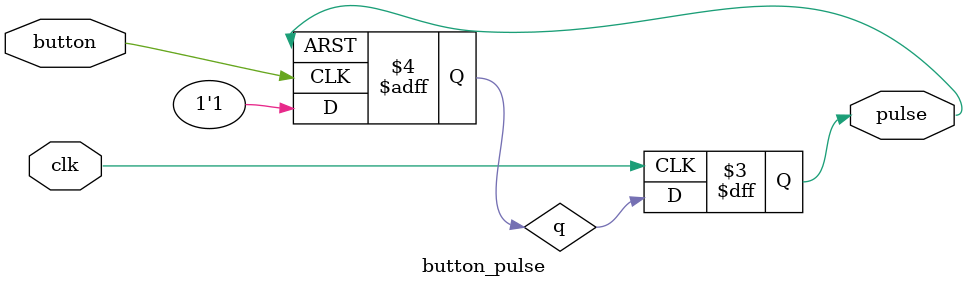
<source format=v>
`timescale 1ns / 1ps


module button_pulse(
    input clk,
    input button,
    output reg pulse
    );

reg q;

always @(posedge button or posedge pulse) begin
    if (pulse) begin
        q <= 0;
    end else begin
        q <= 1;
    end
end

always @(posedge clk) begin
    pulse <= q;
end

endmodule
</source>
